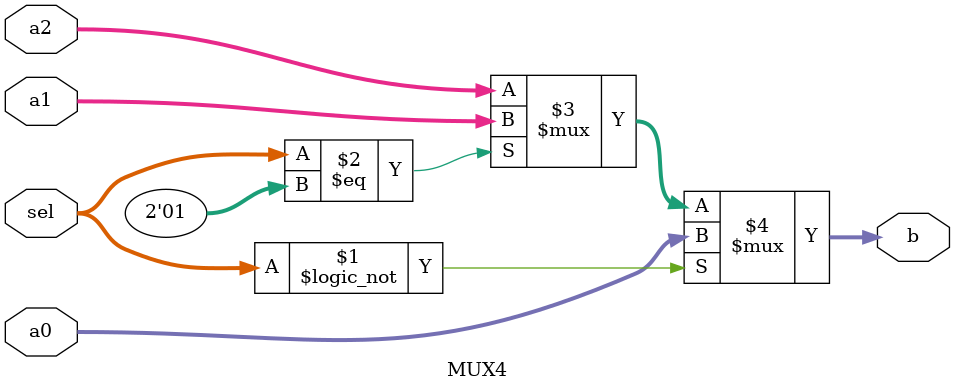
<source format=v>
module MUX4(a0, a1, a2, sel, b);
input[31:0] a0, a1, a2;
input[1:0] sel;
output[31:0] b;

assign b=
	(sel==2'b00)?a0:
	(sel==2'b01)?a1:
	a2;

endmodule

</source>
